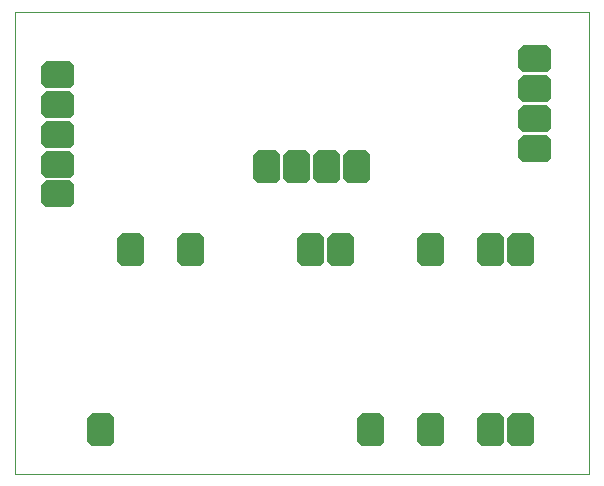
<source format=gbr>
G04 PROTEUS GERBER X2 FILE*
%TF.GenerationSoftware,Labcenter,Proteus,8.15-SP1-Build34318*%
%TF.CreationDate,2023-09-26T11:23:09+00:00*%
%TF.FileFunction,Soldermask,Bot*%
%TF.FilePolarity,Negative*%
%TF.Part,Single*%
%TF.SameCoordinates,{55f2b303-2a82-4880-9e88-0068297effa7}*%
%FSLAX45Y45*%
%MOMM*%
G01*
%AMPPAD005*
4,1,8,
0.763800,1.397000,
-0.763800,1.397000,
-1.143000,1.017800,
-1.143000,-1.017800,
-0.763800,-1.397000,
0.763800,-1.397000,
1.143000,-1.017800,
1.143000,1.017800,
0.763800,1.397000,
0*%
%TA.AperFunction,Material*%
%ADD15PPAD005*%
%AMPPAD006*
4,1,8,
1.397000,-0.763800,
1.397000,0.763800,
1.017800,1.143000,
-1.017800,1.143000,
-1.397000,0.763800,
-1.397000,-0.763800,
-1.017800,-1.143000,
1.017800,-1.143000,
1.397000,-0.763800,
0*%
%ADD16PPAD006*%
%TA.AperFunction,Profile*%
%ADD14C,0.101600*%
%TD.AperFunction*%
D15*
X-2465900Y+2733300D03*
X-2719900Y+2733300D03*
X-2973900Y+2733300D03*
X-3227900Y+2733300D03*
D16*
X-955740Y+2879160D03*
X-955740Y+3133160D03*
X-955740Y+3387160D03*
X-955740Y+3641160D03*
X-5000000Y+2500000D03*
X-5000000Y+2750000D03*
X-5000000Y+3004000D03*
X-5000000Y+3258000D03*
X-5000000Y+3512000D03*
D15*
X-1079500Y+508000D03*
X-1333500Y+508000D03*
X-1841500Y+508000D03*
X-2349500Y+508000D03*
X-4635500Y+508000D03*
X-4381500Y+2032000D03*
X-3873500Y+2032000D03*
X-2857500Y+2032000D03*
X-2603500Y+2032000D03*
X-1841500Y+2032000D03*
X-1333500Y+2032000D03*
X-1079500Y+2032000D03*
D14*
X-5360000Y+133000D02*
X-500000Y+133000D01*
X-500000Y+4040500D01*
X-5360000Y+4040500D01*
X-5360000Y+133000D01*
M02*

</source>
